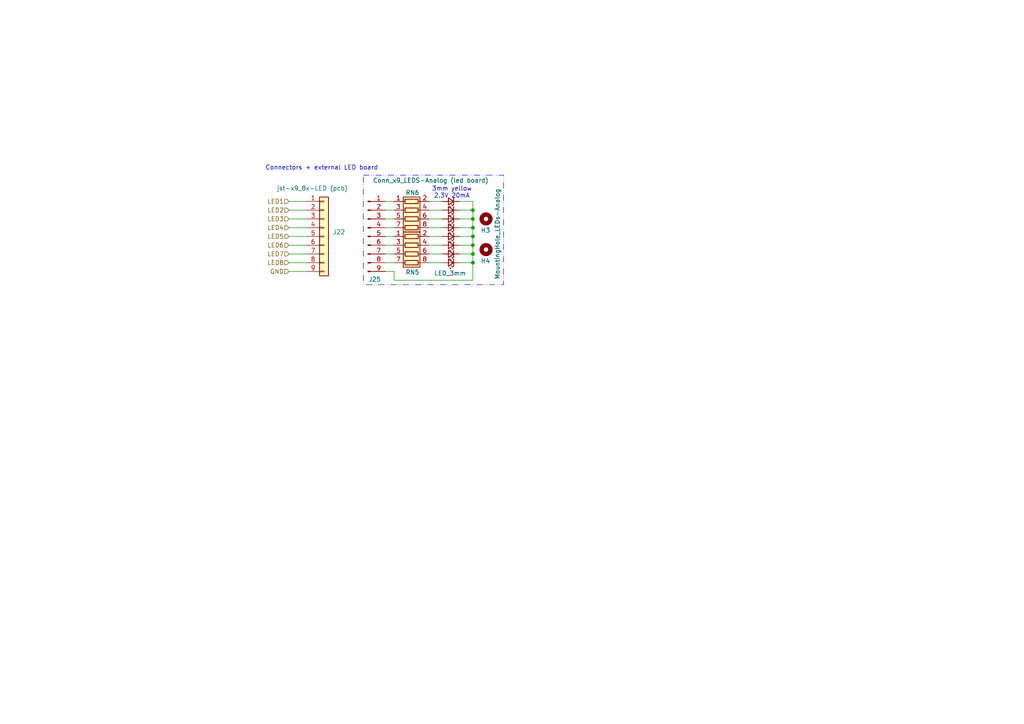
<source format=kicad_sch>
(kicad_sch (version 20231120) (generator "eeschema") (generator_version "8.0")
  (paper "A4")
  (lib_symbols
    (symbol "Connector:Conn_01x09_Pin" (pin_names (offset 1.016) hide)
      (property "Reference" "J" (at 0 12.7 0))
      (property "Value" "Conn_01x09_Pin" (at 0 -12.7 0))
      (symbol "Conn_01x09_Pin_1_1"
        (polyline (pts (xy 1.27 -10.16) (xy 0.8636 -10.16)) (stroke (width 0.1524)))
        (polyline (pts (xy 1.27 -7.62) (xy 0.8636 -7.62)) (stroke (width 0.1524)))
        (polyline (pts (xy 1.27 -5.08) (xy 0.8636 -5.08)) (stroke (width 0.1524)))
        (polyline (pts (xy 1.27 -2.54) (xy 0.8636 -2.54)) (stroke (width 0.1524)))
        (polyline (pts (xy 1.27 0) (xy 0.8636 0)) (stroke (width 0.1524)))
        (polyline (pts (xy 1.27 2.54) (xy 0.8636 2.54)) (stroke (width 0.1524)))
        (polyline (pts (xy 1.27 5.08) (xy 0.8636 5.08)) (stroke (width 0.1524)))
        (polyline (pts (xy 1.27 7.62) (xy 0.8636 7.62)) (stroke (width 0.1524)))
        (polyline (pts (xy 1.27 10.16) (xy 0.8636 10.16)) (stroke (width 0.1524)))
        (rectangle (start 0.8636 -10.033) (end 0 -10.287) (stroke (width 0.1524)) (fill (type outline)))
        (rectangle (start 0.8636 -7.493) (end 0 -7.747) (stroke (width 0.1524)) (fill (type outline)))
        (rectangle (start 0.8636 -4.953) (end 0 -5.207) (stroke (width 0.1524)) (fill (type outline)))
        (rectangle (start 0.8636 -2.413) (end 0 -2.667) (stroke (width 0.1524)) (fill (type outline)))
        (rectangle (start 0.8636 0.127) (end 0 -0.127) (stroke (width 0.1524)) (fill (type outline)))
        (rectangle (start 0.8636 2.667) (end 0 2.413) (stroke (width 0.1524)) (fill (type outline)))
        (rectangle (start 0.8636 5.207) (end 0 4.953) (stroke (width 0.1524)) (fill (type outline)))
        (rectangle (start 0.8636 7.747) (end 0 7.493) (stroke (width 0.1524)) (fill (type outline)))
        (rectangle (start 0.8636 10.287) (end 0 10.033) (stroke (width 0.1524)) (fill (type outline)))
        (pin passive line (at 5.08 10.16 180) (length 3.81) (name "Pin_1") (number "1"))
        (pin passive line (at 5.08 7.62 180) (length 3.81) (name "Pin_2") (number "2"))
        (pin passive line (at 5.08 5.08 180) (length 3.81) (name "Pin_3") (number "3"))
        (pin passive line (at 5.08 2.54 180) (length 3.81) (name "Pin_4") (number "4"))
        (pin passive line (at 5.08 0 180) (length 3.81) (name "Pin_5") (number "5"))
        (pin passive line (at 5.08 -2.54 180) (length 3.81) (name "Pin_6") (number "6"))
        (pin passive line (at 5.08 -5.08 180) (length 3.81) (name "Pin_7") (number "7"))
        (pin passive line (at 5.08 -7.62 180) (length 3.81) (name "Pin_8") (number "8"))
        (pin passive line (at 5.08 -10.16 180) (length 3.81) (name "Pin_9") (number "9"))
      )
    )
    (symbol "Connector_Generic:Conn_01x09" (pin_names (offset 1.016) hide)
      (property "Reference" "J" (at 0 12.7 0))
      (property "Value" "Conn_01x09" (at 0 -12.7 0))
      (symbol "Conn_01x09_1_1"
        (rectangle (start -1.27 -10.033) (end 0 -10.287) (stroke (width 0.1524)))
        (rectangle (start -1.27 -7.493) (end 0 -7.747) (stroke (width 0.1524)))
        (rectangle (start -1.27 -4.953) (end 0 -5.207) (stroke (width 0.1524)))
        (rectangle (start -1.27 -2.413) (end 0 -2.667) (stroke (width 0.1524)))
        (rectangle (start -1.27 0.127) (end 0 -0.127) (stroke (width 0.1524)))
        (rectangle (start -1.27 2.667) (end 0 2.413) (stroke (width 0.1524)))
        (rectangle (start -1.27 5.207) (end 0 4.953) (stroke (width 0.1524)))
        (rectangle (start -1.27 7.747) (end 0 7.493) (stroke (width 0.1524)))
        (rectangle (start -1.27 10.287) (end 0 10.033) (stroke (width 0.1524)))
        (rectangle (start -1.27 11.43) (end 1.27 -11.43) (stroke (width 0.254)) (fill (type background)))
        (pin passive line (at -5.08 10.16 0) (length 3.81) (name "Pin_1") (number "1"))
        (pin passive line (at -5.08 7.62 0) (length 3.81) (name "Pin_2") (number "2"))
        (pin passive line (at -5.08 5.08 0) (length 3.81) (name "Pin_3") (number "3"))
        (pin passive line (at -5.08 2.54 0) (length 3.81) (name "Pin_4") (number "4"))
        (pin passive line (at -5.08 0 0) (length 3.81) (name "Pin_5") (number "5"))
        (pin passive line (at -5.08 -2.54 0) (length 3.81) (name "Pin_6") (number "6"))
        (pin passive line (at -5.08 -5.08 0) (length 3.81) (name "Pin_7") (number "7"))
        (pin passive line (at -5.08 -7.62 0) (length 3.81) (name "Pin_8") (number "8"))
        (pin passive line (at -5.08 -10.16 0) (length 3.81) (name "Pin_9") (number "9"))
      )
    )
    (symbol "Device:LED_Small" (pin_numbers hide) (pin_names (offset 0.254) hide)
      (property "Reference" "D" (at -1.27 3.175 0))
      (property "Value" "LED_Small" (at -4.445 -2.54 0))
      (symbol "LED_Small_0_1"
        (polyline (pts (xy -0.762 -1.016) (xy -0.762 1.016)) (stroke (width 0.254)))
        (polyline (pts (xy 1.016 0) (xy -0.762 0)))
        (polyline (pts (xy 0.762 -1.016) (xy -0.762 0) (xy 0.762 1.016) (xy 0.762 -1.016)) (stroke (width 0.254)))
        (polyline (pts (xy 0 0.762) (xy -0.508 1.27) (xy -0.254 1.27) (xy -0.508 1.27) (xy -0.508 1.016)))
        (polyline (pts (xy 0.508 1.27) (xy 0 1.778) (xy 0.254 1.778) (xy 0 1.778) (xy 0 1.524)))
      )
      (symbol "LED_Small_1_1"
        (pin passive line (at -2.54 0 0) (length 1.778) (name "K") (number "1"))
        (pin passive line (at 2.54 0 180) (length 1.778) (name "A") (number "2"))
      )
    )
    (symbol "Mechanical:MountingHole" (pin_names (offset 1.016)) (exclude_from_sim yes) (in_bom no)
      (property "Reference" "H" (at 0 5.08 0))
      (property "Value" "MountingHole" (at 0 3.175 0))
      (symbol "MountingHole_0_1"
        (circle (center 0 0) (radius 1.27) (stroke (width 1.27)))
      )
    )
    (symbol "custom-symbols:R_Pack04-Parallel-SIL" (pin_names (offset 0) hide)
      (property "Reference" "RN" (at -7.62 0 90))
      (property "Value" "R_Pack04-Parallel-SIL" (at 5.08 0 90))
      (symbol "R_Pack04-Parallel-SIL_0_1"
        (rectangle (start -6.35 -2.413) (end 3.81 2.413) (stroke (width 0.254)) (fill (type background)))
        (rectangle (start -5.715 1.905) (end -4.445 -1.905) (stroke (width 0.254)))
        (rectangle (start -3.175 1.905) (end -1.905 -1.905) (stroke (width 0.254)))
        (rectangle (start -0.635 1.905) (end 0.635 -1.905) (stroke (width 0.254)))
        (polyline (pts (xy -5.08 -2.54) (xy -5.08 -1.905)))
        (polyline (pts (xy -5.08 1.905) (xy -5.08 2.54)))
        (polyline (pts (xy -2.54 -2.54) (xy -2.54 -1.905)))
        (polyline (pts (xy -2.54 1.905) (xy -2.54 2.54)))
        (polyline (pts (xy 0 -2.54) (xy 0 -1.905)))
        (polyline (pts (xy 0 1.905) (xy 0 2.54)))
        (polyline (pts (xy 2.54 -2.54) (xy 2.54 -1.905)))
        (polyline (pts (xy 2.54 1.905) (xy 2.54 2.54)))
        (rectangle (start 1.905 1.905) (end 3.175 -1.905) (stroke (width 0.254)))
      )
      (symbol "R_Pack04-Parallel-SIL_1_1"
        (pin passive line (at -5.08 -5.08 90) (length 2.54) (name "R1.1") (number "1"))
        (pin passive line (at -5.08 5.08 270) (length 2.54) (name "R1.2") (number "2"))
        (pin passive line (at -2.54 -5.08 90) (length 2.54) (name "R2.1") (number "3"))
        (pin passive line (at -2.54 5.08 270) (length 2.54) (name "R2.2") (number "4"))
        (pin passive line (at 0 -5.08 90) (length 2.54) (name "R3.1") (number "5"))
        (pin passive line (at 0 5.08 270) (length 2.54) (name "R3.2") (number "6"))
        (pin passive line (at 2.54 -5.08 90) (length 2.54) (name "R4.1") (number "7"))
        (pin passive line (at 2.54 5.08 270) (length 2.54) (name "R4.2") (number "8"))
      )
    )
  )
  (junction (at 137.16 71.12))
  (junction (at 137.16 60.96))
  (junction (at 137.16 73.66))
  (junction (at 137.16 68.58))
  (junction (at 137.16 63.5))
  (junction (at 137.16 76.2))
  (junction (at 137.16 66.04))
  (wire (pts (xy 124.46 63.5) (xy 128.27 63.5)))
  (wire (pts (xy 124.46 73.66) (xy 128.27 73.66)))
  (wire (pts (xy 111.76 76.2) (xy 114.3 76.2)))
  (wire (pts (xy 114.3 78.74) (xy 111.76 78.74)))
  (wire (pts (xy 124.46 71.12) (xy 128.27 71.12)))
  (wire (pts (xy 83.82 66.04) (xy 88.9 66.04)))
  (wire (pts (xy 124.46 60.96) (xy 128.27 60.96)))
  (wire (pts (xy 111.76 71.12) (xy 114.3 71.12)))
  (wire (pts (xy 137.16 73.66) (xy 137.16 71.12)))
  (wire (pts (xy 137.16 68.58) (xy 137.16 66.04)))
  (wire (pts (xy 124.46 68.58) (xy 128.27 68.58)))
  (wire (pts (xy 137.16 60.96) (xy 137.16 58.42)))
  (wire (pts (xy 137.16 66.04) (xy 137.16 63.5)))
  (wire (pts (xy 133.35 66.04) (xy 137.16 66.04)))
  (wire (pts (xy 133.35 71.12) (xy 137.16 71.12)))
  (wire (pts (xy 83.82 63.5) (xy 88.9 63.5)))
  (wire (pts (xy 137.16 76.2) (xy 137.16 73.66)))
  (wire (pts (xy 133.35 60.96) (xy 137.16 60.96)))
  (wire (pts (xy 111.76 58.42) (xy 114.3 58.42)))
  (wire (pts (xy 83.82 73.66) (xy 88.9 73.66)))
  (wire (pts (xy 111.76 73.66) (xy 114.3 73.66)))
  (wire (pts (xy 124.46 76.2) (xy 128.27 76.2)))
  (wire (pts (xy 111.76 60.96) (xy 114.3 60.96)))
  (wire (pts (xy 137.16 71.12) (xy 137.16 68.58)))
  (wire (pts (xy 111.76 66.04) (xy 114.3 66.04)))
  (wire (pts (xy 83.82 76.2) (xy 88.9 76.2)))
  (wire (pts (xy 83.82 68.58) (xy 88.9 68.58)))
  (wire (pts (xy 137.16 58.42) (xy 133.35 58.42)))
  (wire (pts (xy 124.46 58.42) (xy 128.27 58.42)))
  (wire (pts (xy 83.82 78.74) (xy 88.9 78.74)))
  (wire (pts (xy 133.35 76.2) (xy 137.16 76.2)))
  (wire (pts (xy 83.82 60.96) (xy 88.9 60.96)))
  (wire (pts (xy 133.35 63.5) (xy 137.16 63.5)))
  (wire (pts (xy 137.16 76.2) (xy 137.16 81.28)))
  (wire (pts (xy 133.35 68.58) (xy 137.16 68.58)))
  (wire (pts (xy 83.82 58.42) (xy 88.9 58.42)))
  (wire (pts (xy 111.76 68.58) (xy 114.3 68.58)))
  (wire (pts (xy 133.35 73.66) (xy 137.16 73.66)))
  (wire (pts (xy 83.82 71.12) (xy 88.9 71.12)))
  (wire (pts (xy 137.16 63.5) (xy 137.16 60.96)))
  (wire (pts (xy 111.76 63.5) (xy 114.3 63.5)))
  (wire (pts (xy 137.16 81.28) (xy 114.3 81.28)))
  (wire (pts (xy 114.3 81.28) (xy 114.3 78.74)))
  (wire (pts (xy 124.46 66.04) (xy 128.27 66.04)))
  (rectangle (start 105.41 50.8) (end 146.05 82.55) (stroke (width 0) (type dash_dot_dot)))
  (text "3mm yellow\n2.3V 20mA" (at 131.064 55.88 0) (effects (font (size 1.27 1.27))))
  (text "Connectors + external LED board" (at 76.962 48.768 0) (effects (font (size 1.27 1.27)) (justify left)))
  (hierarchical_label "LED8" (shape input) (at 83.82 76.2 180))
  (hierarchical_label "LED4" (shape input) (at 83.82 66.04 180))
  (hierarchical_label "GND" (shape input) (at 83.82 78.74 180))
  (hierarchical_label "LED5" (shape input) (at 83.82 68.58 180))
  (hierarchical_label "LED6" (shape input) (at 83.82 71.12 180))
  (hierarchical_label "LED2" (shape input) (at 83.82 60.96 180))
  (hierarchical_label "LED7" (shape input) (at 83.82 73.66 180))
  (hierarchical_label "LED3" (shape input) (at 83.82 63.5 180))
  (hierarchical_label "LED1" (shape input) (at 83.82 58.42 180))
  (symbol (lib_id "Device:LED_Small") (at 130.81 60.96 180) (unit 1)
    (property "Reference" "D8" (effects (hide yes)))
    (property "Value" "LED_3mm" (effects (hide yes)))
    (property "Footprint" "LED_THT:LED_D3.0mm_IRGrey" (effects (hide yes)))
    (property "Datasheet" "https://www.conrad.de/de/p/tru-components-1577458-led-bedrahtet-gelb-rund-3-mm-275-mcd-60-20-ma-1577458.html" (effects (hide yes)))
    (property "Description" "Light emitting diode, small symbol" (effects (hide yes)))
  )
  (symbol (lib_id "custom-symbols:R_Pack04-Parallel-SIL") (at 119.38 73.66 270) (unit 1)
    (property "Reference" "RN6" (at 119.634 55.88 90))
    (property "Value" "R_Pack04_27R" (effects (hide yes)))
    (property "Footprint" "Resistor_THT:R_Array_SIP8" (effects (hide yes)))
    (property "Datasheet" "https://www.reichelt.com/be/en/shop/product/resistor_network_4res_8pin_27_ohm-168596" (effects (hide yes)))
    (property "Description" "4 resistor network, parallel topology" (effects (hide yes)))
  )
  (symbol (lib_id "Mechanical:MountingHole") (at 140.97 72.39 0) (unit 1) (exclude_from_sim yes) (in_bom no)
    (property "Reference" "H4" (at 139.446 75.692 0) (effects (justify left)))
    (property "Value" "MountingHole_LEDs-Analog" (effects (hide yes)))
    (property "Footprint" "MountingHole:MountingHole_2mm" (effects (hide yes)))
    (property "Description" "Mounting Hole without connection" (effects (hide yes)))
  )
  (symbol (lib_id "Device:LED_Small") (at 130.81 63.5 180) (unit 1)
    (property "Reference" "D10" (effects (hide yes)))
    (property "Value" "LED_3mm" (effects (hide yes)))
    (property "Footprint" "LED_THT:LED_D3.0mm_IRGrey" (effects (hide yes)))
    (property "Datasheet" "https://www.conrad.de/de/p/tru-components-1577458-led-bedrahtet-gelb-rund-3-mm-275-mcd-60-20-ma-1577458.html" (effects (hide yes)))
    (property "Description" "Light emitting diode, small symbol" (effects (hide yes)))
  )
  (symbol (lib_id "Device:LED_Small") (at 130.81 68.58 180) (unit 1)
    (property "Reference" "D17" (effects (hide yes)))
    (property "Value" "LED_3mm" (effects (hide yes)))
    (property "Footprint" "LED_THT:LED_D3.0mm_IRGrey" (effects (hide yes)))
    (property "Datasheet" "https://www.conrad.de/de/p/tru-components-1577458-led-bedrahtet-gelb-rund-3-mm-275-mcd-60-20-ma-1577458.html" (effects (hide yes)))
    (property "Description" "Light emitting diode, small symbol" (effects (hide yes)))
  )
  (symbol (lib_id "Mechanical:MountingHole") (at 140.97 63.5 0) (unit 1) (exclude_from_sim yes) (in_bom no)
    (property "Reference" "H3" (at 139.446 66.802 0) (effects (justify left)))
    (property "Value" "MountingHole_LEDs-Analog" (at 144.272 81.026 90) (effects (justify left)))
    (property "Footprint" "MountingHole:MountingHole_2mm" (effects (hide yes)))
    (property "Description" "Mounting Hole without connection" (effects (hide yes)))
  )
  (symbol (lib_id "Connector:Conn_01x09_Pin") (at 106.68 68.58 0) (unit 1)
    (property "Reference" "J25" (at 110.49 81.026 0) (effects (justify right)))
    (property "Value" "Conn_x9_LEDS-Analog (led board)" (at 141.732 52.324 0) (effects (justify right)))
    (property "Footprint" "Connector_PinHeader_2.54mm:PinHeader_1x09_P2.54mm_Vertical" (effects (hide yes)))
    (property "Description" "Generic connector, single row, 01x09, script generated" (effects (hide yes)))
  )
  (symbol (lib_id "Device:LED_Small") (at 130.81 76.2 180) (unit 1)
    (property "Reference" "D27" (effects (hide yes)))
    (property "Value" "LED_3mm" (at 130.556 79.248 0))
    (property "Footprint" "LED_THT:LED_D3.0mm_IRGrey" (effects (hide yes)))
    (property "Datasheet" "https://www.conrad.de/de/p/tru-components-1577379-led-bedrahtet-rot-rund-3-mm-125-mcd-60-20-ma-1577379.html" (effects (hide yes)))
    (property "Description" "Light emitting diode, small symbol" (effects (hide yes)))
  )
  (symbol (lib_id "Connector_Generic:Conn_01x09") (at 93.98 68.58 0) (unit 1)
    (property "Reference" "J22" (at 96.52 67.3099 0) (effects (justify left)))
    (property "Value" "jst-x9_8x-LED (pcb)" (at 80.264 54.61 0) (effects (justify left)))
    (property "Footprint" "Connector_JST:JST_XH_B9B-XH-A_1x09_P2.50mm_Vertical" (effects (hide yes)))
    (property "Datasheet" "https://www.ebay.de/itm/183466543983" (effects (hide yes)))
    (property "Description" "Generic connector, single row, 01x09, script generated (kicad-library-utils/schlib/autogen/connector/)" (effects (hide yes)))
  )
  (symbol (lib_id "Device:LED_Small") (at 130.81 66.04 180) (unit 1)
    (property "Reference" "D15" (effects (hide yes)))
    (property "Value" "LED_3mm" (effects (hide yes)))
    (property "Footprint" "LED_THT:LED_D3.0mm_IRGrey" (effects (hide yes)))
    (property "Datasheet" "https://www.conrad.de/de/p/tru-components-1577458-led-bedrahtet-gelb-rund-3-mm-275-mcd-60-20-ma-1577458.html" (effects (hide yes)))
    (property "Description" "Light emitting diode, small symbol" (effects (hide yes)))
  )
  (symbol (lib_id "Device:LED_Small") (at 130.81 73.66 180) (unit 1)
    (property "Reference" "D26" (effects (hide yes)))
    (property "Value" "LED_3mm" (effects (hide yes)))
    (property "Footprint" "LED_THT:LED_D3.0mm_IRGrey" (effects (hide yes)))
    (property "Datasheet" "https://www.conrad.de/de/p/tru-components-1577458-led-bedrahtet-gelb-rund-3-mm-275-mcd-60-20-ma-1577458.html" (effects (hide yes)))
    (property "Description" "Light emitting diode, small symbol" (effects (hide yes)))
  )
  (symbol (lib_id "Device:LED_Small") (at 130.81 58.42 180) (unit 1)
    (property "Reference" "D7" (effects (hide yes)))
    (property "Value" "LED_3mm" (effects (hide yes)))
    (property "Footprint" "LED_THT:LED_D3.0mm_IRGrey" (effects (hide yes)))
    (property "Datasheet" "https://www.conrad.de/de/p/tru-components-1577458-led-bedrahtet-gelb-rund-3-mm-275-mcd-60-20-ma-1577458.html" (effects (hide yes)))
    (property "Description" "Light emitting diode, small symbol" (effects (hide yes)))
  )
  (symbol (lib_id "custom-symbols:R_Pack04-Parallel-SIL") (at 119.38 63.5 270) (unit 1)
    (property "Reference" "RN5" (at 119.634 78.994 90))
    (property "Value" "R_Pack04_27R" (effects (hide yes)))
    (property "Footprint" "Resistor_THT:R_Array_SIP8" (effects (hide yes)))
    (property "Datasheet" "https://www.reichelt.com/be/en/shop/product/resistor_network_4res_8pin_27_ohm-168596" (effects (hide yes)))
    (property "Description" "4 resistor network, parallel topology" (effects (hide yes)))
  )
  (symbol (lib_id "Device:LED_Small") (at 130.81 71.12 180) (unit 1)
    (property "Reference" "D23" (effects (hide yes)))
    (property "Value" "LED_3mm" (effects (hide yes)))
    (property "Footprint" "LED_THT:LED_D3.0mm_IRGrey" (effects (hide yes)))
    (property "Datasheet" "https://www.conrad.de/de/p/tru-components-1577458-led-bedrahtet-gelb-rund-3-mm-275-mcd-60-20-ma-1577458.html" (effects (hide yes)))
    (property "Description" "Light emitting diode, small symbol" (effects (hide yes)))
  )
)
</source>
